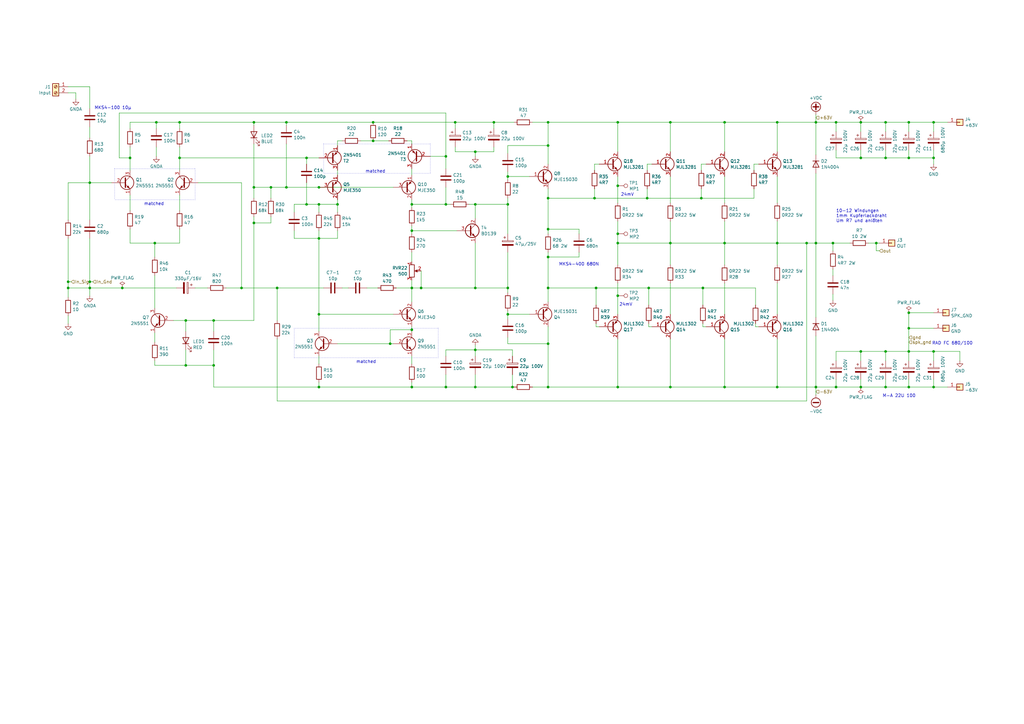
<source format=kicad_sch>
(kicad_sch (version 20230121) (generator eeschema)
  (paper "A3")
  (junction (at 265.43 81.28))
  (junction (at 172.72 118.11))
  (junction (at 210.185 158.75))
  (junction (at 224.79 105.41))
  (junction (at 208.28 83.82))
  (junction (at 224.79 81.28))
  (junction (at 224.79 59.69))
  (junction (at 224.79 140.97))
  (junction (at 194.945 83.82))
  (junction (at 202.565 50.165))
  (junction (at 125.73 64.77))
  (junction (at 243.84 81.28))
  (junction (at 353.06 64.77))
  (junction (at 168.91 135.255))
  (junction (at 36.83 74.93))
  (junction (at 318.77 158.75))
  (junction (at 168.91 94.615))
  (junction (at 253.365 50.165))
  (junction (at 73.66 50.165))
  (junction (at 363.22 158.75))
  (junction (at 104.14 76.835))
  (junction (at 224.79 118.11))
  (junction (at 186.69 50.165))
  (junction (at 266.065 118.11))
  (junction (at 224.79 50.165))
  (junction (at 363.22 50.165))
  (junction (at 372.745 64.77))
  (junction (at 353.06 50.165))
  (junction (at 224.79 158.75))
  (junction (at 194.945 62.23))
  (junction (at 274.955 50.165))
  (junction (at 125.73 83.82))
  (junction (at 182.88 83.82))
  (junction (at 382.905 64.77))
  (junction (at 334.645 50.165))
  (junction (at 382.905 144.145))
  (junction (at 104.14 50.165))
  (junction (at 99.06 118.11))
  (junction (at 382.905 50.165))
  (junction (at 342.9 158.75))
  (junction (at 117.475 50.165))
  (junction (at 274.955 158.75))
  (junction (at 334.645 158.75))
  (junction (at 36.83 118.11))
  (junction (at 208.28 72.39))
  (junction (at 208.28 128.905))
  (junction (at 353.06 144.145))
  (junction (at 160.02 140.97))
  (junction (at 330.835 99.695))
  (junction (at 130.81 76.835))
  (junction (at 117.475 76.835))
  (junction (at 372.745 158.75))
  (junction (at 27.94 115.57))
  (junction (at 363.22 144.145))
  (junction (at 297.18 99.695))
  (junction (at 297.18 50.165))
  (junction (at 224.79 93.98))
  (junction (at 372.745 50.165))
  (junction (at 63.5 99.695))
  (junction (at 153.035 50.165))
  (junction (at 53.34 64.77))
  (junction (at 318.77 99.695))
  (junction (at 104.14 91.44))
  (junction (at 253.365 99.695))
  (junction (at 130.81 97.79))
  (junction (at 113.665 118.11))
  (junction (at 353.06 158.75))
  (junction (at 372.745 144.145))
  (junction (at 87.63 149.86))
  (junction (at 111.125 76.835))
  (junction (at 182.88 158.75))
  (junction (at 287.655 81.28))
  (junction (at 363.22 64.77))
  (junction (at 253.365 121.285))
  (junction (at 168.91 158.75))
  (junction (at 318.77 50.165))
  (junction (at 76.2 149.86))
  (junction (at 73.66 64.77))
  (junction (at 64.135 50.165))
  (junction (at 274.955 99.695))
  (junction (at 288.29 118.11))
  (junction (at 138.43 83.82))
  (junction (at 372.745 134.62))
  (junction (at 208.28 118.11))
  (junction (at 334.645 99.695))
  (junction (at 253.365 158.75))
  (junction (at 27.94 118.11))
  (junction (at 76.2 131.445))
  (junction (at 168.91 83.82))
  (junction (at 130.81 128.905))
  (junction (at 194.945 118.11))
  (junction (at 130.81 83.82))
  (junction (at 153.035 57.785))
  (junction (at 194.945 143.51))
  (junction (at 168.91 118.11))
  (junction (at 36.83 115.57))
  (junction (at 372.745 128.27))
  (junction (at 130.81 158.75))
  (junction (at 244.475 118.11))
  (junction (at 253.365 95.885))
  (junction (at 182.88 64.135))
  (junction (at 50.165 118.11))
  (junction (at 342.9 50.165))
  (junction (at 253.365 76.2))
  (junction (at 194.945 158.75))
  (junction (at 297.18 158.75))
  (junction (at 359.41 99.695))
  (junction (at 341.63 99.695))
  (junction (at 87.63 131.445))
  (junction (at 382.905 158.75))
  (polyline (pts (xy 179.705 134.62) (xy 179.705 146.685)) (stroke (width 0) (type dot)))
  (wire (pts (xy 237.49 93.98) (xy 224.79 93.98)))
  (wire (pts (xy 210.185 158.75) (xy 210.82 158.75)))
  (wire (pts (xy 168.91 103.505) (xy 168.91 107.315)))
  (wire (pts (xy 92.71 118.11) (xy 99.06 118.11)))
  (polyline (pts (xy 132.715 59.055) (xy 132.715 71.12)) (stroke (width 0) (type dot)))
  (wire (pts (xy 218.44 50.165) (xy 224.79 50.165)))
  (wire (pts (xy 36.83 52.07) (xy 36.83 56.515)))
  (wire (pts (xy 168.91 135.255) (xy 160.02 135.255)))
  (wire (pts (xy 63.5 136.525) (xy 63.5 140.335)))
  (wire (pts (xy 363.22 144.145) (xy 372.745 144.145)))
  (wire (pts (xy 342.9 61.595) (xy 342.9 64.77)))
  (wire (pts (xy 168.91 94.615) (xy 168.91 95.885)))
  (wire (pts (xy 186.69 60.325) (xy 186.69 62.23)))
  (wire (pts (xy 76.2 135.89) (xy 76.2 131.445)))
  (wire (pts (xy 363.22 155.575) (xy 363.22 158.75)))
  (wire (pts (xy 318.77 50.165) (xy 334.645 50.165)))
  (wire (pts (xy 311.15 67.31) (xy 309.245 67.31)))
  (wire (pts (xy 208.28 72.39) (xy 208.28 73.66)))
  (wire (pts (xy 356.235 99.695) (xy 359.41 99.695)))
  (wire (pts (xy 342.9 144.145) (xy 353.06 144.145)))
  (wire (pts (xy 224.79 140.97) (xy 224.79 133.985)))
  (wire (pts (xy 353.06 50.165) (xy 363.22 50.165)))
  (wire (pts (xy 182.88 64.135) (xy 182.88 46.355)))
  (wire (pts (xy 224.79 81.28) (xy 224.79 93.98)))
  (wire (pts (xy 27.94 115.57) (xy 29.21 115.57)))
  (wire (pts (xy 297.18 116.205) (xy 297.18 128.905)))
  (wire (pts (xy 64.135 60.325) (xy 64.135 64.135)))
  (wire (pts (xy 27.94 118.11) (xy 27.94 121.92)))
  (polyline (pts (xy 176.53 59.055) (xy 176.53 71.12)) (stroke (width 0) (type dot)))
  (wire (pts (xy 168.91 83.82) (xy 168.91 85.09)))
  (wire (pts (xy 194.945 141.605) (xy 194.945 143.51)))
  (wire (pts (xy 208.28 140.97) (xy 224.79 140.97)))
  (wire (pts (xy 182.88 143.51) (xy 194.945 143.51)))
  (wire (pts (xy 64.135 50.165) (xy 73.66 50.165)))
  (wire (pts (xy 194.945 118.11) (xy 172.72 118.11)))
  (wire (pts (xy 372.745 50.165) (xy 382.905 50.165)))
  (wire (pts (xy 138.43 69.85) (xy 138.43 71.755)))
  (wire (pts (xy 194.945 62.23) (xy 194.945 64.135)))
  (wire (pts (xy 363.22 50.165) (xy 363.22 53.975)))
  (wire (pts (xy 104.14 91.44) (xy 104.14 88.9)))
  (wire (pts (xy 202.565 62.23) (xy 202.565 60.325)))
  (wire (pts (xy 334.645 137.795) (xy 334.645 158.75)))
  (wire (pts (xy 63.5 149.86) (xy 76.2 149.86)))
  (wire (pts (xy 130.81 83.82) (xy 138.43 83.82)))
  (wire (pts (xy 274.955 116.205) (xy 274.955 128.905)))
  (wire (pts (xy 87.63 158.75) (xy 87.63 149.86)))
  (wire (pts (xy 186.69 50.165) (xy 202.565 50.165)))
  (wire (pts (xy 130.81 128.905) (xy 130.81 135.89)))
  (wire (pts (xy 318.77 50.165) (xy 318.77 62.23)))
  (wire (pts (xy 168.91 135.255) (xy 168.91 135.89)))
  (wire (pts (xy 244.475 133.985) (xy 244.475 132.715)))
  (wire (pts (xy 168.91 57.785) (xy 167.005 57.785)))
  (wire (pts (xy 36.83 115.57) (xy 38.1 115.57)))
  (wire (pts (xy 186.69 50.165) (xy 186.69 52.705)))
  (wire (pts (xy 186.69 62.23) (xy 194.945 62.23)))
  (wire (pts (xy 224.79 93.98) (xy 224.79 95.885)))
  (wire (pts (xy 111.125 91.44) (xy 104.14 91.44)))
  (wire (pts (xy 168.91 69.215) (xy 168.91 71.755)))
  (wire (pts (xy 224.79 105.41) (xy 224.79 103.505)))
  (wire (pts (xy 217.17 128.905) (xy 208.28 128.905)))
  (wire (pts (xy 153.035 50.165) (xy 186.69 50.165)))
  (wire (pts (xy 53.34 52.705) (xy 53.34 50.165)))
  (wire (pts (xy 130.81 83.82) (xy 130.81 86.995)))
  (wire (pts (xy 36.83 64.135) (xy 36.83 74.93)))
  (wire (pts (xy 36.83 115.57) (xy 36.83 118.11)))
  (wire (pts (xy 130.81 156.845) (xy 130.81 158.75)))
  (wire (pts (xy 274.955 50.165) (xy 297.18 50.165)))
  (wire (pts (xy 382.905 158.75) (xy 388.62 158.75)))
  (wire (pts (xy 265.43 67.31) (xy 265.43 69.85)))
  (wire (pts (xy 274.955 99.695) (xy 274.955 108.585)))
  (wire (pts (xy 372.745 158.75) (xy 382.905 158.75)))
  (wire (pts (xy 27.94 74.93) (xy 36.83 74.93)))
  (wire (pts (xy 353.06 50.165) (xy 353.06 53.975)))
  (wire (pts (xy 353.06 158.75) (xy 363.22 158.75)))
  (wire (pts (xy 318.77 116.205) (xy 318.77 128.905)))
  (wire (pts (xy 130.81 97.79) (xy 138.43 97.79)))
  (wire (pts (xy 318.77 72.39) (xy 318.77 83.185)))
  (wire (pts (xy 111.125 76.835) (xy 111.125 81.28)))
  (wire (pts (xy 288.29 118.11) (xy 309.88 118.11)))
  (wire (pts (xy 53.34 80.01) (xy 53.34 86.36)))
  (wire (pts (xy 125.73 74.93) (xy 125.73 83.82)))
  (wire (pts (xy 360.68 102.87) (xy 359.41 102.87)))
  (wire (pts (xy 153.035 57.785) (xy 159.385 57.785)))
  (wire (pts (xy 53.34 50.165) (xy 64.135 50.165)))
  (wire (pts (xy 372.745 155.575) (xy 372.745 158.75)))
  (wire (pts (xy 334.645 50.165) (xy 342.9 50.165)))
  (wire (pts (xy 194.945 62.23) (xy 202.565 62.23)))
  (wire (pts (xy 53.34 64.77) (xy 48.895 64.77)))
  (wire (pts (xy 125.73 83.82) (xy 130.81 83.82)))
  (wire (pts (xy 208.28 72.39) (xy 208.28 70.485)))
  (wire (pts (xy 147.955 57.785) (xy 153.035 57.785)))
  (wire (pts (xy 168.91 118.11) (xy 168.91 123.825)))
  (wire (pts (xy 342.9 50.165) (xy 353.06 50.165)))
  (wire (pts (xy 36.83 74.93) (xy 36.83 90.17)))
  (wire (pts (xy 168.91 114.935) (xy 168.91 118.11)))
  (wire (pts (xy 104.14 81.28) (xy 104.14 76.835)))
  (wire (pts (xy 130.81 146.05) (xy 130.81 149.225)))
  (wire (pts (xy 224.79 118.11) (xy 224.79 123.825)))
  (wire (pts (xy 253.365 90.805) (xy 253.365 95.885)))
  (wire (pts (xy 253.365 99.695) (xy 274.955 99.695)))
  (wire (pts (xy 353.06 61.595) (xy 353.06 64.77)))
  (wire (pts (xy 104.14 59.055) (xy 104.14 76.835)))
  (wire (pts (xy 63.5 99.695) (xy 63.5 105.41)))
  (wire (pts (xy 210.185 153.67) (xy 210.185 158.75)))
  (polyline (pts (xy 179.705 146.685) (xy 120.65 146.685)) (stroke (width 0) (type dot)))
  (wire (pts (xy 267.335 67.31) (xy 265.43 67.31)))
  (wire (pts (xy 172.72 111.125) (xy 172.72 118.11)))
  (wire (pts (xy 168.91 59.055) (xy 168.91 57.785)))
  (wire (pts (xy 168.91 158.75) (xy 182.88 158.75)))
  (wire (pts (xy 27.94 97.79) (xy 27.94 115.57)))
  (wire (pts (xy 168.91 133.985) (xy 168.91 135.255)))
  (wire (pts (xy 342.9 50.165) (xy 342.9 53.975)))
  (wire (pts (xy 36.83 97.79) (xy 36.83 115.57)))
  (wire (pts (xy 274.955 158.75) (xy 297.18 158.75)))
  (wire (pts (xy 104.14 76.835) (xy 111.125 76.835)))
  (wire (pts (xy 334.645 99.695) (xy 341.63 99.695)))
  (wire (pts (xy 160.02 135.255) (xy 160.02 140.97)))
  (wire (pts (xy 36.83 35.56) (xy 36.83 44.45)))
  (wire (pts (xy 341.63 99.695) (xy 348.615 99.695)))
  (wire (pts (xy 334.645 46.99) (xy 334.645 50.165)))
  (wire (pts (xy 113.665 139.065) (xy 113.665 164.465)))
  (wire (pts (xy 76.2 149.86) (xy 76.2 143.51)))
  (polyline (pts (xy 46.99 69.215) (xy 46.99 81.915)) (stroke (width 0) (type dot)))
  (wire (pts (xy 330.835 99.695) (xy 330.835 164.465)))
  (wire (pts (xy 253.365 99.695) (xy 253.365 108.585)))
  (polyline (pts (xy 120.65 146.685) (xy 120.65 134.62)) (stroke (width 0) (type dot)))
  (wire (pts (xy 342.9 155.575) (xy 342.9 158.75)))
  (wire (pts (xy 382.905 144.145) (xy 382.905 147.955)))
  (wire (pts (xy 104.14 50.165) (xy 73.66 50.165)))
  (wire (pts (xy 372.745 144.145) (xy 382.905 144.145)))
  (wire (pts (xy 353.06 144.145) (xy 363.22 144.145)))
  (wire (pts (xy 359.41 102.87) (xy 359.41 99.695)))
  (wire (pts (xy 168.91 81.915) (xy 168.91 83.82)))
  (wire (pts (xy 341.63 113.03) (xy 341.63 110.49)))
  (wire (pts (xy 309.88 125.095) (xy 309.88 118.11)))
  (wire (pts (xy 130.81 158.75) (xy 87.63 158.75)))
  (wire (pts (xy 363.22 64.77) (xy 372.745 64.77)))
  (wire (pts (xy 50.165 118.11) (xy 72.39 118.11)))
  (wire (pts (xy 372.745 64.77) (xy 382.905 64.77)))
  (wire (pts (xy 31.115 38.1) (xy 27.94 38.1)))
  (wire (pts (xy 253.365 121.285) (xy 253.365 128.905)))
  (wire (pts (xy 120.65 86.995) (xy 120.65 83.82)))
  (wire (pts (xy 73.66 80.01) (xy 73.66 86.36)))
  (wire (pts (xy 372.745 53.975) (xy 372.745 50.165)))
  (wire (pts (xy 311.15 133.985) (xy 309.88 133.985)))
  (polyline (pts (xy 132.715 59.055) (xy 176.53 59.055)) (stroke (width 0) (type dot)))
  (wire (pts (xy 382.905 64.77) (xy 382.905 67.31)))
  (wire (pts (xy 382.905 155.575) (xy 382.905 158.75)))
  (wire (pts (xy 99.06 118.11) (xy 113.665 118.11)))
  (wire (pts (xy 372.745 128.27) (xy 372.745 134.62)))
  (wire (pts (xy 208.28 81.28) (xy 208.28 83.82)))
  (wire (pts (xy 341.63 102.87) (xy 341.63 99.695)))
  (wire (pts (xy 117.475 51.435) (xy 117.475 50.165)))
  (wire (pts (xy 104.14 51.435) (xy 104.14 50.165)))
  (wire (pts (xy 382.905 50.165) (xy 388.62 50.165)))
  (wire (pts (xy 113.665 118.11) (xy 113.665 131.445)))
  (wire (pts (xy 73.66 50.165) (xy 73.66 52.705)))
  (wire (pts (xy 237.49 103.505) (xy 237.49 105.41)))
  (wire (pts (xy 253.365 158.75) (xy 274.955 158.75)))
  (wire (pts (xy 297.18 72.39) (xy 297.18 83.185)))
  (wire (pts (xy 244.475 125.095) (xy 244.475 118.11)))
  (wire (pts (xy 382.905 64.77) (xy 382.905 61.595)))
  (wire (pts (xy 372.745 61.595) (xy 372.745 64.77)))
  (wire (pts (xy 194.945 143.51) (xy 210.185 143.51)))
  (wire (pts (xy 27.94 118.11) (xy 36.83 118.11)))
  (wire (pts (xy 168.91 158.75) (xy 130.81 158.75)))
  (wire (pts (xy 194.945 146.05) (xy 194.945 143.51)))
  (wire (pts (xy 73.66 64.77) (xy 73.66 69.85)))
  (wire (pts (xy 288.29 133.985) (xy 288.29 132.715)))
  (wire (pts (xy 27.94 129.54) (xy 27.94 132.715)))
  (polyline (pts (xy 120.65 134.62) (xy 126.365 134.62)) (stroke (width 0) (type dot)))
  (wire (pts (xy 208.28 128.905) (xy 208.28 127.635)))
  (wire (pts (xy 334.645 158.75) (xy 334.645 161.925)))
  (wire (pts (xy 117.475 50.165) (xy 104.14 50.165)))
  (wire (pts (xy 334.645 99.695) (xy 334.645 130.175)))
  (wire (pts (xy 53.34 64.77) (xy 53.34 69.85)))
  (wire (pts (xy 140.335 57.785) (xy 138.43 57.785)))
  (wire (pts (xy 253.365 116.205) (xy 253.365 121.285)))
  (wire (pts (xy 245.745 67.31) (xy 243.84 67.31)))
  (wire (pts (xy 160.02 140.97) (xy 161.29 140.97)))
  (wire (pts (xy 265.43 77.47) (xy 265.43 81.28)))
  (wire (pts (xy 194.945 89.535) (xy 194.945 83.82)))
  (wire (pts (xy 363.22 158.75) (xy 372.745 158.75)))
  (wire (pts (xy 297.18 50.165) (xy 297.18 62.23)))
  (wire (pts (xy 342.9 158.75) (xy 353.06 158.75)))
  (wire (pts (xy 194.945 83.82) (xy 208.28 83.82)))
  (wire (pts (xy 318.77 99.695) (xy 330.835 99.695)))
  (wire (pts (xy 253.365 72.39) (xy 253.365 76.2)))
  (wire (pts (xy 318.77 158.75) (xy 334.645 158.75)))
  (wire (pts (xy 194.945 158.75) (xy 210.185 158.75)))
  (wire (pts (xy 245.745 133.985) (xy 244.475 133.985)))
  (wire (pts (xy 63.5 113.03) (xy 63.5 126.365)))
  (wire (pts (xy 53.34 60.325) (xy 53.34 64.77)))
  (wire (pts (xy 140.335 118.11) (xy 142.875 118.11)))
  (wire (pts (xy 244.475 118.11) (xy 224.79 118.11)))
  (wire (pts (xy 372.745 144.145) (xy 372.745 147.955)))
  (wire (pts (xy 266.065 125.095) (xy 266.065 118.11)))
  (wire (pts (xy 253.365 139.065) (xy 253.365 158.75)))
  (wire (pts (xy 168.91 156.845) (xy 168.91 158.75)))
  (wire (pts (xy 287.655 81.28) (xy 309.245 81.28)))
  (wire (pts (xy 208.28 62.865) (xy 208.28 59.69)))
  (wire (pts (xy 274.955 99.695) (xy 297.18 99.695)))
  (wire (pts (xy 334.645 50.165) (xy 334.645 63.5)))
  (wire (pts (xy 218.44 158.75) (xy 224.79 158.75)))
  (polyline (pts (xy 80.01 81.915) (xy 46.99 81.915)) (stroke (width 0) (type dot)))
  (wire (pts (xy 297.18 90.805) (xy 297.18 99.695)))
  (wire (pts (xy 194.945 153.67) (xy 194.945 158.75)))
  (wire (pts (xy 73.66 99.695) (xy 63.5 99.695)))
  (wire (pts (xy 353.06 64.77) (xy 363.22 64.77)))
  (wire (pts (xy 297.18 158.75) (xy 318.77 158.75)))
  (wire (pts (xy 130.81 76.835) (xy 161.29 76.835)))
  (wire (pts (xy 138.43 57.785) (xy 138.43 59.69)))
  (wire (pts (xy 36.83 74.93) (xy 45.72 74.93)))
  (wire (pts (xy 172.72 118.11) (xy 168.91 118.11)))
  (wire (pts (xy 224.79 158.75) (xy 253.365 158.75)))
  (wire (pts (xy 208.28 118.11) (xy 194.945 118.11)))
  (wire (pts (xy 224.79 59.69) (xy 224.79 67.31)))
  (wire (pts (xy 208.28 95.885) (xy 208.28 83.82)))
  (wire (pts (xy 36.83 118.11) (xy 50.165 118.11)))
  (wire (pts (xy 27.94 115.57) (xy 27.94 118.11)))
  (polyline (pts (xy 176.53 71.12) (xy 132.715 71.12)) (stroke (width 0) (type dot)))
  (polyline (pts (xy 80.01 69.215) (xy 80.01 81.915)) (stroke (width 0) (type dot)))
  (wire (pts (xy 182.88 158.75) (xy 194.945 158.75)))
  (wire (pts (xy 243.84 67.31) (xy 243.84 69.85)))
  (wire (pts (xy 117.475 76.835) (xy 130.81 76.835)))
  (wire (pts (xy 253.365 50.165) (xy 274.955 50.165)))
  (wire (pts (xy 274.955 50.165) (xy 274.955 62.23)))
  (wire (pts (xy 138.43 83.82) (xy 138.43 81.915)))
  (wire (pts (xy 266.065 118.11) (xy 288.29 118.11)))
  (wire (pts (xy 138.43 97.79) (xy 138.43 94.615)))
  (wire (pts (xy 48.895 64.77) (xy 48.895 46.355)))
  (wire (pts (xy 297.18 139.065) (xy 297.18 158.75)))
  (wire (pts (xy 120.65 97.79) (xy 130.81 97.79)))
  (wire (pts (xy 182.88 83.82) (xy 168.91 83.82)))
  (wire (pts (xy 334.645 158.75) (xy 342.9 158.75)))
  (wire (pts (xy 192.405 83.82) (xy 194.945 83.82)))
  (wire (pts (xy 224.79 105.41) (xy 224.79 118.11)))
  (wire (pts (xy 297.18 50.165) (xy 318.77 50.165)))
  (wire (pts (xy 202.565 50.165) (xy 202.565 52.705)))
  (wire (pts (xy 64.135 50.165) (xy 64.135 52.705)))
  (wire (pts (xy 382.905 128.27) (xy 372.745 128.27)))
  (wire (pts (xy 318.77 139.065) (xy 318.77 158.75)))
  (wire (pts (xy 63.5 147.955) (xy 63.5 149.86)))
  (wire (pts (xy 309.245 67.31) (xy 309.245 69.85)))
  (wire (pts (xy 194.945 99.695) (xy 194.945 118.11)))
  (wire (pts (xy 243.84 81.28) (xy 224.79 81.28)))
  (wire (pts (xy 208.28 118.11) (xy 208.28 120.015)))
  (wire (pts (xy 76.2 131.445) (xy 71.12 131.445)))
  (wire (pts (xy 217.17 72.39) (xy 208.28 72.39)))
  (wire (pts (xy 182.88 143.51) (xy 182.88 146.05)))
  (wire (pts (xy 182.88 64.135) (xy 176.53 64.135)))
  (wire (pts (xy 162.56 118.11) (xy 168.91 118.11)))
  (wire (pts (xy 363.22 61.595) (xy 363.22 64.77)))
  (wire (pts (xy 274.955 90.805) (xy 274.955 99.695)))
  (wire (pts (xy 334.645 71.12) (xy 334.645 99.695)))
  (wire (pts (xy 150.495 118.11) (xy 154.94 118.11)))
  (wire (pts (xy 224.79 140.97) (xy 224.79 158.75)))
  (wire (pts (xy 104.14 131.445) (xy 104.14 91.44)))
  (wire (pts (xy 210.185 146.05) (xy 210.185 143.51)))
  (wire (pts (xy 330.835 99.695) (xy 334.645 99.695)))
  (wire (pts (xy 318.77 99.695) (xy 318.77 108.585)))
  (wire (pts (xy 243.84 77.47) (xy 243.84 81.28)))
  (wire (pts (xy 353.06 155.575) (xy 353.06 158.75)))
  (wire (pts (xy 265.43 81.28) (xy 287.655 81.28)))
  (wire (pts (xy 288.29 125.095) (xy 288.29 118.11)))
  (wire (pts (xy 382.905 134.62) (xy 372.745 134.62)))
  (wire (pts (xy 113.665 118.11) (xy 132.715 118.11)))
  (wire (pts (xy 73.66 60.325) (xy 73.66 64.77)))
  (wire (pts (xy 244.475 118.11) (xy 266.065 118.11)))
  (wire (pts (xy 168.91 94.615) (xy 187.325 94.615)))
  (wire (pts (xy 48.895 46.355) (xy 182.88 46.355)))
  (wire (pts (xy 63.5 99.695) (xy 53.34 99.695)))
  (wire (pts (xy 117.475 50.165) (xy 153.035 50.165)))
  (wire (pts (xy 130.81 94.615) (xy 130.81 97.79)))
  (wire (pts (xy 202.565 50.165) (xy 210.82 50.165)))
  (wire (pts (xy 289.56 133.985) (xy 288.29 133.985)))
  (wire (pts (xy 253.365 76.2) (xy 253.365 83.185)))
  (wire (pts (xy 224.79 50.165) (xy 253.365 50.165)))
  (wire (pts (xy 87.63 143.51) (xy 87.63 149.86)))
  (wire (pts (xy 393.7 144.145) (xy 393.7 147.955)))
  (wire (pts (xy 184.785 83.82) (xy 182.88 83.82)))
  (wire (pts (xy 208.28 59.69) (xy 224.79 59.69)))
  (wire (pts (xy 208.28 103.505) (xy 208.28 118.11)))
  (wire (pts (xy 287.655 67.31) (xy 287.655 69.85)))
  (wire (pts (xy 36.83 118.11) (xy 36.83 121.285)))
  (wire (pts (xy 372.745 134.62) (xy 372.745 144.145)))
  (wire (pts (xy 237.49 105.41) (xy 224.79 105.41)))
  (wire (pts (xy 182.88 153.67) (xy 182.88 158.75)))
  (wire (pts (xy 208.28 138.43) (xy 208.28 140.97)))
  (wire (pts (xy 359.41 99.695) (xy 360.68 99.695)))
  (wire (pts (xy 341.63 123.19) (xy 341.63 120.65)))
  (wire (pts (xy 289.56 67.31) (xy 287.655 67.31)))
  (wire (pts (xy 243.84 81.28) (xy 265.43 81.28)))
  (wire (pts (xy 125.73 64.77) (xy 125.73 67.31)))
  (wire (pts (xy 237.49 95.885) (xy 237.49 93.98)))
  (wire (pts (xy 382.905 144.145) (xy 393.7 144.145)))
  (wire (pts (xy 87.63 135.89) (xy 87.63 131.445)))
  (wire (pts (xy 363.22 50.165) (xy 372.745 50.165)))
  (wire (pts (xy 297.18 99.695) (xy 297.18 108.585)))
  (wire (pts (xy 342.9 147.955) (xy 342.9 144.145)))
  (wire (pts (xy 253.365 95.885) (xy 253.365 99.695)))
  (wire (pts (xy 125.73 64.77) (xy 130.81 64.77)))
  (wire (pts (xy 208.28 128.905) (xy 208.28 130.81)))
  (wire (pts (xy 27.94 90.17) (xy 27.94 74.93)))
  (wire (pts (xy 353.06 147.955) (xy 353.06 144.145)))
  (wire (pts (xy 111.125 88.9) (xy 111.125 91.44)))
  (wire (pts (xy 76.2 149.86) (xy 87.63 149.86)))
  (wire (pts (xy 168.91 92.71) (xy 168.91 94.615)))
  (wire (pts (xy 113.665 164.465) (xy 330.835 164.465)))
  (wire (pts (xy 287.655 77.47) (xy 287.655 81.28)))
  (wire (pts (xy 53.34 99.695) (xy 53.34 93.98)))
  (wire (pts (xy 80.01 118.11) (xy 85.09 118.11)))
  (wire (pts (xy 182.88 64.135) (xy 182.88 69.215)))
  (wire (pts (xy 138.43 140.97) (xy 160.02 140.97)))
  (wire (pts (xy 120.65 94.615) (xy 120.65 97.79)))
  (wire (pts (xy 182.88 76.835) (xy 182.88 83.82)))
  (wire (pts (xy 342.9 64.77) (xy 353.06 64.77)))
  (wire (pts (xy 73.66 93.98) (xy 73.66 99.695)))
  (wire (pts (xy 318.77 90.805) (xy 318.77 99.695)))
  (wire (pts (xy 87.63 131.445) (xy 104.14 131.445)))
  (wire (pts (xy 309.88 133.985) (xy 309.88 132.715)))
  (wire (pts (xy 31.115 38.1) (xy 31.115 40.64)))
  (wire (pts (xy 99.06 74.93) (xy 81.28 74.93)))
  (wire (pts (xy 267.335 133.985) (xy 266.065 133.985)))
  (wire (pts (xy 224.79 77.47) (xy 224.79 81.28)))
  (wire (pts (xy 161.29 128.905) (xy 130.81 128.905)))
  (polyline (pts (xy 46.99 69.215) (xy 80.01 69.215)) (stroke (width 0) (type dot)))
  (polyline (pts (xy 126.365 134.62) (xy 179.705 134.62)) (stroke (width 0) (type dot)))
  (wire (pts (xy 168.91 146.05) (xy 168.91 149.225)))
  (wire (pts (xy 382.905 53.975) (xy 382.905 50.165)))
  (wire (pts (xy 36.83 35.56) (xy 27.94 35.56)))
  (wire (pts (xy 87.63 131.445) (xy 76.2 131.445)))
  (wire (pts (xy 117.475 76.835) (xy 111.125 76.835)))
  (wire (pts (xy 99.06 118.11) (xy 99.06 74.93)))
  (wire (pts (xy 120.65 83.82) (xy 125.73 83.82)))
  (wire (pts (xy 117.475 59.055) (xy 117.475 76.835)))
  (wire (pts (xy 266.065 133.985) (xy 266.065 132.715)))
  (wire (pts (xy 138.43 83.82) (xy 138.43 86.995)))
  (wire (pts (xy 73.66 64.77) (xy 125.73 64.77)))
  (wire (pts (xy 363.22 144.145) (xy 363.22 147.955)))
  (wire (pts (xy 130.81 97.79) (xy 130.81 128.905)))
  (wire (pts (xy 274.955 139.065) (xy 274.955 158.75)))
  (wire (pts (xy 297.18 99.695) (xy 318.77 99.695)))
  (wire (pts (xy 274.955 72.39) (xy 274.955 83.185)))
  (wire (pts (xy 253.365 50.165) (xy 253.365 62.23)))
  (wire (pts (xy 224.79 50.165) (xy 224.79 59.69)))
  (wire (pts (xy 309.245 77.47) (xy 309.245 81.28)))
  (text "24mV" (at 254.635 80.645 0) (effects (font (size 1.27 1.27)) (justify left bottom)))
  (text "matched" (at 149.86 71.12 0) (effects (font (size 1.27 1.27)) (justify left bottom)))
  (text "MKS4-400 680N" (at 229.235 109.22 0) (effects (font (size 1.27 1.27)) (justify left bottom)))
  (text "MKS4-100 10µ" (at 38.735 45.085 0) (effects (font (size 1.27 1.27)) (justify left bottom)))
  (text "matched" (at 59.055 84.455 0) (effects (font (size 1.27 1.27)) (justify left bottom)))
  (text "24mV" (at 254 125.73 0) (effects (font (size 1.27 1.27)) (justify left bottom)))
  (text "M-A 22U 100\n" (at 361.95 163.195 0) (effects (font (size 1.27 1.27)) (justify left bottom)))
  (text "matched" (at 146.05 149.225 0) (effects (font (size 1.27 1.27)) (justify left bottom)))
  (text "RAD FC 680/100" (at 382.27 141.605 0) (effects (font (size 1.27 1.27)) (justify left bottom)))
  (text "10-12 Windungen\n1mm Kupferlackdraht\nUm R7 und anlöten" (at 342.9 91.44 0) (effects (font (size 1.27 1.27)) (justify left bottom)))
  (hierarchical_label "-63V" (shape input) (at 334.645 160.655 0))
  (hierarchical_label "spk_gnd" (shape input) (at 372.745 140.335 0))
  (hierarchical_label "out" (shape input) (at 360.68 102.87 0))
  (hierarchical_label "In_Gnd" (shape input) (at 38.1 115.57 0))
  (hierarchical_label "gnd" (shape input) (at 372.745 138.43 0))
  (hierarchical_label "+63V" (shape input) (at 334.645 48.26 0))
  (hierarchical_label "In_Sig" (shape input) (at 29.21 115.57 0))
  (symbol (lib_id "Device:R") (at 224.79 99.695 0) (unit 1)
    (property "Reference" "R26" (at 226.568 98.4829 0) (effects (justify left)))
    (property "Value" "68 2W" (at 226.568 100.9071 0) (effects (justify left)))
    (property "Footprint" "Resistor_THT:R_Axial_DIN0614_L14.3mm_D5.7mm_P20.32mm_Horizontal" (effects hide))
  )
  (symbol (lib_id "Device:C_Polarized") (at 353.06 151.765 0) (unit 1)
    (property "Reference" "C28" (at 348.615 154.94 0) (effects (justify left)))
    (property "Value" "22µ 100V" (at 356.87 156.845 90) (effects (justify left)))
    (property "Footprint" "Capacitor_THT:CP_Radial_D6.3mm_P2.50mm" (effects hide))
  )
  (symbol (lib_id "Device:R") (at 53.34 90.17 0) (unit 1)
    (property "Reference" "R19" (at 55.118 88.9579 0) (effects (justify left)))
    (property "Value" "47" (at 55.118 91.3821 0) (effects (justify left)))
    (property "Footprint" "Resistor_THT:R_Axial_DIN0207_L6.3mm_D2.5mm_P10.16mm_Horizontal" (effects hide))
  )
  (symbol (lib_id "Connector:TestPoint") (at 253.365 76.2 270) (unit 1)
    (property "Reference" "TP1" (at 258.064 74.9879 90) (effects (justify left)))
    (property "Value" "MP1" (at 258.064 77.4121 90) (effects (justify left)))
    (property "Footprint" "TestPoint:TestPoint_Loop_D2.50mm_Drill1.0mm" (effects hide))
  )
  (symbol (lib_id "Device:R") (at 244.475 128.905 0) (mirror x) (unit 1)
    (property "Reference" "R39" (at 246.253 130.1171 0) (effects (justify left)))
    (property "Value" "4R7" (at 246.253 127.6929 0) (effects (justify left)))
    (property "Footprint" "Resistor_THT:R_Axial_DIN0204_L3.6mm_D1.6mm_P1.90mm_Vertical" (effects hide))
  )
  (symbol (lib_id "Device:C_Polarized") (at 208.28 99.695 0) (unit 1)
    (property "Reference" "C5" (at 211.201 97.5939 0) (effects (justify left)))
    (property "Value" "47µ/25V" (at 211.201 100.0181 0) (effects (justify left)))
    (property "Footprint" "Capacitor_THT:CP_Radial_D4.0mm_P2.00mm" (effects hide))
  )
  (symbol (lib_id "power:GND") (at 341.63 123.19 0) (unit 1)
    (property "Reference" "#PWR08" (effects hide))
    (property "Value" "GND" (at 341.63 127.3231 0))
  )
  (symbol (lib_id "Device:R") (at 297.18 86.995 0) (unit 1)
    (property "Reference" "R21" (at 298.958 85.7829 0) (effects (justify left)))
    (property "Value" "0R22 5W" (at 298.958 88.2071 0) (effects (justify left)))
    (property "Footprint" "Resistor_THT:R_Axial_Power_L20.0mm_W6.4mm_P5.08mm_Vertical" (effects hide))
  )
  (symbol (lib_id "Device:C") (at 182.88 149.86 0) (unit 1)
    (property "Reference" "C10" (at 185.801 148.6479 0) (effects (justify left)))
    (property "Value" "100n" (at 185.801 151.0721 0) (effects (justify left)))
    (property "Footprint" "Capacitor_THT:C_Rect_L9.0mm_W3.2mm_P7.50mm_MKT" (effects hide))
  )
  (symbol (lib_id "Device:R") (at 27.94 125.73 0) (unit 1)
    (property "Reference" "R2" (at 29.718 124.5179 0) (effects (justify left)))
    (property "Value" "10" (at 29.718 126.9421 0) (effects (justify left)))
    (property "Footprint" "Resistor_THT:R_Axial_DIN0207_L6.3mm_D2.5mm_P10.16mm_Horizontal" (effects hide))
  )
  (symbol (lib_id "Device:C_Polarized") (at 372.745 57.785 0) (unit 1)
    (property "Reference" "C23" (at 368.3 60.96 0) (effects (justify left)))
    (property "Value" "22µ 100V" (at 376.555 62.865 90) (effects (justify left)))
    (property "Footprint" "Capacitor_THT:CP_Radial_D6.3mm_P2.50mm" (effects hide))
  )
  (symbol (lib_id "Device:R") (at 158.75 118.11 90) (unit 1)
    (property "Reference" "R43" (at 158.75 112.9497 90))
    (property "Value" "470" (at 158.75 115.3739 90))
    (property "Footprint" "Resistor_THT:R_Axial_DIN0207_L6.3mm_D2.5mm_P10.16mm_Horizontal" (effects hide))
  )
  (symbol (lib_id "Transistor_BJT:2N3904") (at 66.04 131.445 0) (mirror y) (unit 1)
    (property "Reference" "Q7" (at 61.1886 130.2329 0) (effects (justify left)))
    (property "Value" "2N5551" (at 61.1886 132.6571 0) (effects (justify left)))
    (property "Footprint" "Package_TO_SOT_THT:TO-92_Inline" (effects hide))
    (property "Datasheet" "https://www.onsemi.com/pub/Collateral/2N3903-D.PDF" (effects hide))
  )
  (symbol (lib_id "Device:R") (at 214.63 50.165 90) (unit 1)
    (property "Reference" "R31" (at 214.63 45.0047 90))
    (property "Value" "47" (at 214.63 47.4289 90))
    (property "Footprint" "Resistor_THT:R_Axial_DIN0207_L6.3mm_D2.5mm_P10.16mm_Horizontal" (effects hide))
  )
  (symbol (lib_id "power:PWR_FLAG") (at 372.745 128.27 0) (unit 1)
    (property "Reference" "#FLG01" (effects hide))
    (property "Value" "PWR_FLAG" (at 372.745 124.1369 0))
  )
  (symbol (lib_id "Device:C") (at 341.63 116.84 0) (unit 1)
    (property "Reference" "C18" (at 344.551 115.6279 0) (effects (justify left)))
    (property "Value" "47n" (at 344.551 118.0521 0) (effects (justify left)))
    (property "Footprint" "Capacitor_THT:C_Rect_L9.0mm_W3.2mm_P7.50mm_MKT" (effects hide))
  )
  (symbol (lib_id "power:GND") (at 382.905 67.31 0) (unit 1)
    (property "Reference" "#PWR010" (effects hide))
    (property "Value" "GND" (at 382.905 71.4431 0))
  )
  (symbol (lib_id "Transistor_BJT:2N3904") (at 76.2 74.93 0) (mirror y) (unit 1)
    (property "Reference" "Q2" (at 71.3486 73.7179 0) (effects (justify left)))
    (property "Value" "2N5551" (at 71.3486 76.1421 0) (effects (justify left)))
    (property "Footprint" "Package_TO_SOT_THT:TO-92_Inline" (effects hide))
    (property "Datasheet" "https://www.onsemi.com/pub/Collateral/2N3903-D.PDF" (effects hide))
  )
  (symbol (lib_id "Transistor_BJT:2SB817") (at 316.23 133.985 0) (mirror x) (unit 1)
    (property "Reference" "Q16" (at 321.0814 135.1971 0) (effects (justify left)))
    (property "Value" "MJL1302" (at 321.0814 132.7729 0) (effects (justify left)))
    (property "Footprint" "Package_TO_SOT_THT:TO-3PB-3_Vertical" (effects hide))
    (property "Datasheet" "http://skory.gylcomp.hu/alkatresz/2SB817.pdf" (effects hide))
  )
  (symbol (lib_id "Device:C") (at 136.525 118.11 90) (unit 1)
    (property "Reference" "C7-1" (at 136.525 111.8067 90))
    (property "Value" "10p" (at 136.525 114.2309 90))
    (property "Footprint" "Capacitor_THT:C_Rect_L9.0mm_W3.2mm_P7.50mm_MKT" (effects hide))
  )
  (symbol (lib_id "power:PWR_FLAG") (at 353.06 50.165 0) (unit 1)
    (property "Reference" "#FLG02" (effects hide))
    (property "Value" "PWR_FLAG" (at 353.06 46.0319 0))
  )
  (symbol (lib_id "Device:C_Polarized") (at 363.22 151.765 0) (unit 1)
    (property "Reference" "C29" (at 358.775 154.94 0) (effects (justify left)))
    (property "Value" "22µ 100V" (at 367.03 156.845 90) (effects (justify left)))
    (property "Footprint" "Capacitor_THT:CP_Radial_D6.3mm_P2.50mm" (effects hide))
  )
  (symbol (lib_id "Device:R") (at 153.035 53.975 0) (unit 1)
    (property "Reference" "R10" (at 154.813 52.7629 0) (effects (justify left)))
    (property "Value" "120" (at 154.813 55.1871 0) (effects (justify left)))
    (property "Footprint" "Resistor_THT:R_Axial_DIN0207_L6.3mm_D2.5mm_P10.16mm_Horizontal" (effects hide))
  )
  (symbol (lib_id "power:PWR_FLAG") (at 50.165 118.11 0) (unit 1)
    (property "Reference" "#FLG04" (effects hide))
    (property "Value" "PWR_FLAG" (at 50.165 113.9769 0))
  )
  (symbol (lib_id "Device:R") (at 253.365 86.995 0) (unit 1)
    (property "Reference" "R1" (at 255.143 85.7829 0) (effects (justify left)))
    (property "Value" "0R22 5W" (at 255.143 88.2071 0) (effects (justify left)))
    (property "Footprint" "Resistor_THT:R_Axial_Power_L20.0mm_W6.4mm_P5.08mm_Vertical" (effects hide))
  )
  (symbol (lib_id "Device:C_Polarized") (at 382.905 151.765 0) (unit 1)
    (property "Reference" "C31" (at 378.46 154.94 0) (effects (justify left)))
    (property "Value" "680µ 100V" (at 386.715 156.845 90) (effects (justify left)))
    (property "Footprint" "Capacitor_THT:CP_Radial_D18.0mm_P7.50mm" (effects hide))
  )
  (symbol (lib_id "Device:C_Polarized") (at 353.06 57.785 0) (unit 1)
    (property "Reference" "C26" (at 348.615 60.96 0) (effects (justify left)))
    (property "Value" "22µ 100V" (at 356.87 62.865 90) (effects (justify left)))
    (property "Footprint" "Capacitor_THT:CP_Radial_D6.3mm_P2.50mm" (effects hide))
  )
  (symbol (lib_id "power:-VDC") (at 334.645 161.925 180) (unit 1)
    (property "Reference" "#PWR07" (effects hide))
    (property "Value" "-VDC" (at 334.645 168.7251 0))
  )
  (symbol (lib_id "Device:R") (at 274.955 86.995 0) (unit 1)
    (property "Reference" "R3" (at 276.733 85.7829 0) (effects (justify left)))
    (property "Value" "0R22 5W" (at 276.733 88.2071 0) (effects (justify left)))
    (property "Footprint" "Resistor_THT:R_Axial_Power_L20.0mm_W6.4mm_P5.08mm_Vertical" (effects hide))
  )
  (symbol (lib_id "power:GND") (at 393.7 147.955 0) (unit 1)
    (property "Reference" "#PWR09" (effects hide))
    (property "Value" "GND" (at 393.7 152.0881 0))
  )
  (symbol (lib_id "Device:C") (at 117.475 55.245 0) (unit 1)
    (property "Reference" "C4" (at 120.396 54.0329 0) (effects (justify left)))
    (property "Value" "100n" (at 120.396 56.4571 0) (effects (justify left)))
    (property "Footprint" "Capacitor_THT:C_Rect_L9.0mm_W3.2mm_P7.50mm_MKT" (effects hide))
  )
  (symbol (lib_id "Device:R") (at 188.595 83.82 90) (unit 1)
    (property "Reference" "R48" (at 188.595 78.6597 90))
    (property "Value" "15" (at 188.595 81.0839 90))
    (property "Footprint" "Resistor_THT:R_Axial_DIN0207_L6.3mm_D2.5mm_P10.16mm_Horizontal" (effects hide))
  )
  (symbol (lib_id "Device:R") (at 287.655 73.66 0) (unit 1)
    (property "Reference" "R37" (at 289.433 72.4479 0) (effects (justify left)))
    (property "Value" "4R7" (at 289.433 74.8721 0) (effects (justify left)))
    (property "Footprint" "Resistor_THT:R_Axial_DIN0204_L3.6mm_D1.6mm_P1.90mm_Vertical" (effects hide))
  )
  (symbol (lib_id "Device:R") (at 341.63 106.68 0) (unit 1)
    (property "Reference" "R4" (at 343.408 105.4679 0) (effects (justify left)))
    (property "Value" "4R7 2W" (at 343.408 107.8921 0) (effects (justify left)))
    (property "Footprint" "Resistor_THT:R_Axial_DIN0614_L14.3mm_D5.7mm_P20.32mm_Horizontal" (effects hide))
  )
  (symbol (lib_id "Device:R") (at 63.5 144.145 0) (unit 1)
    (property "Reference" "R11" (at 65.278 142.9329 0) (effects (justify left)))
    (property "Value" "390" (at 65.278 145.3571 0) (effects (justify left)))
    (property "Footprint" "Resistor_THT:R_Axial_DIN0207_L6.3mm_D2.5mm_P10.16mm_Horizontal" (effects hide))
  )
  (symbol (lib_id "Device:R") (at 73.66 90.17 0) (unit 1)
    (property "Reference" "R16" (at 75.438 88.9579 0) (effects (justify left)))
    (property "Value" "47" (at 75.438 91.3821 0) (effects (justify left)))
    (property "Footprint" "Resistor_THT:R_Axial_DIN0207_L6.3mm_D2.5mm_P10.16mm_Horizontal" (effects hide))
  )
  (symbol (lib_id "Device:Q_PNP_ECB") (at 135.89 76.835 0) (mirror x) (unit 1)
    (property "Reference" "Q5" (at 140.7414 75.6229 0) (effects (justify left)))
    (property "Value" "MJE350" (at 140.7414 78.0471 0) (effects (justify left)))
    (property "Footprint" "Package_TO_SOT_THT:TO-126-3_Vertical" (effects hide))
  )
  (symbol (lib_id "Device:R") (at 27.94 93.98 0) (unit 1)
    (property "Reference" "R14" (at 29.718 92.7679 0) (effects (justify left)))
    (property "Value" "22k" (at 29.718 95.1921 0) (effects (justify left)))
    (property "Footprint" "Resistor_THT:R_Axial_DIN0207_L6.3mm_D2.5mm_P10.16mm_Horizontal" (effects hide))
  )
  (symbol (lib_id "Device:C_Polarized") (at 194.945 149.86 0) (unit 1)
    (property "Reference" "C19" (at 197.866 147.7589 0) (effects (justify left)))
    (property "Value" "22µ 100V" (at 197.866 150.1831 0) (effects (justify left)))
    (property "Footprint" "Capacitor_THT:CP_Radial_D6.3mm_P2.50mm" (effects hide))
  )
  (symbol (lib_id "Device:R") (at 309.245 73.66 0) (unit 1)
    (property "Reference" "R38" (at 311.023 72.4479 0) (effects (justify left)))
    (property "Value" "4R7" (at 311.023 74.8721 0) (effects (justify left)))
    (property "Footprint" "Resistor_THT:R_Axial_DIN0204_L3.6mm_D1.6mm_P1.90mm_Vertical" (effects hide))
  )
  (symbol (lib_id "Device:C") (at 36.83 93.98 0) (unit 1)
    (property "Reference" "C2" (at 39.751 92.7679 0) (effects (justify left)))
    (property "Value" "680p" (at 39.751 95.1921 0) (effects (justify left)))
    (property "Footprint" "Capacitor_THT:C_Rect_L9.0mm_W3.2mm_P7.50mm_MKT" (effects hide))
  )
  (symbol (lib_id "power:GNDA") (at 31.115 40.64 0) (unit 1)
    (property "Reference" "#PWR0101" (effects hide))
    (property "Value" "GNDA" (at 31.115 44.7731 0))
  )
  (symbol (lib_id "Device:R") (at 73.66 56.515 0) (unit 1)
    (property "Reference" "R6" (at 75.438 55.3029 0) (effects (justify left)))
    (property "Value" "1k" (at 75.438 57.7271 0) (effects (justify left)))
    (property "Footprint" "Resistor_THT:R_Axial_DIN0207_L6.3mm_D2.5mm_P10.16mm_Horizontal" (effects hide))
  )
  (symbol (lib_id "Device:R") (at 253.365 112.395 0) (mirror x) (unit 1)
    (property "Reference" "R34" (at 255.143 113.6071 0) (effects (justify left)))
    (property "Value" "0R22 5W" (at 255.143 111.1829 0) (effects (justify left)))
    (property "Footprint" "Resistor_THT:R_Axial_Power_L20.0mm_W6.4mm_P5.08mm_Vertical" (effects hide))
  )
  (symbol (lib_id "Transistor_BJT:2SB817") (at 294.64 133.985 0) (mirror x) (unit 1)
    (property "Reference" "Q15" (at 299.4914 135.1971 0) (effects (justify left)))
    (property "Value" "MJL1302" (at 300.7614 132.7729 0) (effects (justify left)))
    (property "Footprint" "Package_TO_SOT_THT:TO-3PB-3_Vertical" (effects hide))
    (property "Datasheet" "http://skory.gylcomp.hu/alkatresz/2SB817.pdf" (effects hide))
  )
  (symbol (lib_id "Transistor_BJT:2SD1047") (at 294.64 67.31 0) (unit 1)
    (property "Reference" "Q12" (at 299.4914 66.0979 0) (effects (justify left)))
    (property "Value" "MJL3281" (at 299.4914 68.5221 0) (effects (justify left)))
    (property "Footprint" "Package_TO_SOT_THT:TO-3PB-3_Vertical" (effects hide))
    (property "Datasheet" "http://www.st.com/resource/en/datasheet/2sd1047.pdf" (effects hide))
  )
  (symbol (lib_id "Transistor_BJT:2SD1047") (at 272.415 67.31 0) (unit 1)
    (property "Reference" "Q11" (at 277.2664 66.0979 0) (effects (justify left)))
    (property "Value" "MJL3281" (at 277.2664 68.5221 0) (effects (justify left)))
    (property "Footprint" "Package_TO_SOT_THT:TO-3PB-3_Vertical" (effects hide))
    (property "Datasheet" "http://www.st.com/resource/en/datasheet/2sd1047.pdf" (effects hide))
  )
  (symbol (lib_id "power:GNDA") (at 64.135 64.135 0) (unit 1)
    (property "Reference" "#PWR03" (effects hide))
    (property "Value" "GNDA" (at 64.135 68.2681 0))
  )
  (symbol (lib_id "Device:R_Potentiometer") (at 168.91 111.125 0) (unit 1)
    (property "Reference" "RVR22" (at 167.132 109.9129 0) (effects (justify right)))
    (property "Value" "500" (at 167.132 112.3371 0) (effects (justify right)))
    (property "Footprint" "Potentiometer_THT:Potentiometer_Bourns_3296W_Vertical" (effects hide))
  )
  (symbol (lib_id "Device:R") (at 288.29 128.905 0) (mirror x) (unit 1)
    (property "Reference" "R41" (at 290.068 130.1171 0) (effects (justify left)))
    (property "Value" "4R7" (at 290.068 127.6929 0) (effects (justify left)))
    (property "Footprint" "Resistor_THT:R_Axial_DIN0204_L3.6mm_D1.6mm_P1.90mm_Vertical" (effects hide))
  )
  (symbol (lib_id "Device:C") (at 208.28 66.675 0) (unit 1)
    (property "Reference" "C15" (at 211.201 65.4629 0) (effects (justify left)))
    (property "Value" "100p" (at 211.201 67.8871 0) (effects (justify left)))
    (property "Footprint" "Capacitor_THT:C_Rect_L9.0mm_W3.2mm_P7.50mm_MKT" (effects hide))
  )
  (symbol (lib_id "Device:R") (at 266.065 128.905 0) (mirror x) (unit 1)
    (property "Reference" "R40" (at 267.843 130.1171 0) (effects (justify left)))
    (property "Value" "4R7" (at 267.843 127.6929 0) (effects (justify left)))
    (property "Footprint" "Resistor_THT:R_Axial_DIN0204_L3.6mm_D1.6mm_P1.90mm_Vertical" (effects hide))
  )
  (symbol (lib_id "Device:R") (at 309.88 128.905 0) (mirror x) (unit 1)
    (property "Reference" "R42" (at 311.658 130.1171 0) (effects (justify left)))
    (property "Value" "4R7" (at 311.658 127.6929 0) (effects (justify left)))
    (property "Footprint" "Resistor_THT:R_Axial_DIN0204_L3.6mm_D1.6mm_P1.90mm_Vertical" (effects hide))
  )
  (symbol (lib_id "Device:R") (at 243.84 73.66 0) (unit 1)
    (property "Reference" "R35" (at 245.618 72.4479 0) (effects (justify left)))
    (property "Value" "4R7" (at 245.618 74.8721 0) (effects (justify left)))
    (property "Footprint" "Resistor_THT:R_Axial_DIN0204_L3.6mm_D1.6mm_P1.90mm_Vertical" (effects hide))
  )
  (symbol (lib_id "power:GND") (at 27.94 132.715 0) (unit 1)
    (property "Reference" "#PWR02" (effects hide))
    (property "Value" "GND" (at 27.94 136.8481 0))
  )
  (symbol (lib_id "Device:R") (at 274.955 112.395 0) (mirror x) (unit 1)
    (property "Reference" "R33" (at 276.733 113.6071 0) (effects (justify left)))
    (property "Value" "0R22 5W" (at 276.733 111.1829 0) (effects (justify left)))
    (property "Footprint" "Resistor_THT:R_Axial_Power_L20.0mm_W6.4mm_P5.08mm_Vertical" (effects hide))
  )
  (symbol (lib_id "Transistor_BJT:2N3904") (at 166.37 140.97 0) (unit 1)
    (property "Reference" "Q9" (at 171.2214 139.7579 0) (effects (justify left)))
    (property "Value" "2N5551" (at 171.2214 142.1821 0) (effects (justify left)))
    (property "Footprint" "Package_TO_SOT_THT:TO-92_Inline" (effects hide))
    (property "Datasheet" "https://www.onsemi.com/pub/Collateral/2N3903-D.PDF" (effects hide))
  )
  (symbol (lib_id "Device:R") (at 208.28 77.47 0) (unit 1)
    (property "Reference" "R8" (at 210.058 76.2579 0) (effects (justify left)))
    (property "Value" "22" (at 210.058 78.6821 0) (effects (justify left)))
    (property "Footprint" "Resistor_THT:R_Axial_DIN0207_L6.3mm_D2.5mm_P10.16mm_Horizontal" (effects hide))
  )
  (symbol (lib_id "power:GNDA") (at 36.83 121.285 0) (unit 1)
    (property "Reference" "#PWR01" (effects hide))
    (property "Value" "GNDA" (at 36.83 125.4181 0))
  )
  (symbol (lib_id "Device:C") (at 146.685 118.11 90) (unit 1)
    (property "Reference" "C7" (at 146.685 111.8067 90))
    (property "Value" "10p" (at 146.685 114.2309 90))
    (property "Footprint" "Capacitor_THT:C_Rect_L9.0mm_W3.2mm_P7.50mm_MKT" (effects hide))
  )
  (symbol (lib_id "Connector:TestPoint") (at 253.365 95.885 270) (unit 1)
    (property "Reference" "TP3" (at 258.064 94.6729 90) (effects (justify left)))
    (property "Value" "MP2" (at 258.064 97.0971 90) (effects (justify left)))
    (property "Footprint" "TestPoint:TestPoint_Loop_D2.50mm_Drill1.0mm" (effects hide))
  )
  (symbol (lib_id "Device:R") (at 163.195 57.785 90) (unit 1)
    (property "Reference" "R18" (at 163.195 52.6247 90))
    (property "Value" "22" (at 163.195 55.0489 90))
    (property "Footprint" "Resistor_THT:R_Axial_DIN0207_L6.3mm_D2.5mm_P10.16mm_Horizontal" (effects hide))
  )
  (symbol (lib_id "Connector:TestPoint") (at 253.365 121.285 270) (unit 1)
    (property "Reference" "TP2" (at 258.064 120.0729 90) (effects (justify left)))
    (property "Value" "MP2" (at 258.064 122.4971 90) (effects (justify left)))
    (property "Footprint" "TestPoint:TestPoint_Loop_D2.50mm_Drill1.0mm" (effects hide))
  )
  (symbol (lib_id "Device:R") (at 130.81 90.805 0) (unit 1)
    (property "Reference" "R45" (at 132.588 89.5929 0) (effects (justify left)))
    (property "Value" "22k" (at 132.588 92.0171 0) (effects (justify left)))
    (property "Footprint" "Resistor_THT:R_Axial_DIN0207_L6.3mm_D2.5mm_P10.16mm_Horizontal" (effects hide))
  )
  (symbol (lib_id "Device:C") (at 120.65 90.805 0) (unit 1)
    (property "Reference" "C3" (at 123.571 89.5929 0) (effects (justify left)))
    (property "Value" "100n" (at 123.571 92.0171 0) (effects (justify left)))
    (property "Footprint" "Capacitor_THT:C_Rect_L9.0mm_W3.2mm_P7.50mm_MKT" (effects hide))
  )
  (symbol (lib_id "Transistor_BJT:2SB817") (at 250.825 133.985 0) (mirror x) (unit 1)
    (property "Reference" "Q17" (at 255.6764 135.1971 0) (effects (justify left)))
    (property "Value" "MJL1302" (at 255.6764 132.7729 0) (effects (justify left)))
    (property "Footprint" "Package_TO_SOT_THT:TO-3PB-3_Vertical" (effects hide))
    (property "Datasheet" "http://skory.gylcomp.hu/alkatresz/2SB817.pdf" (effects hide))
  )
  (symbol (lib_id "Device:LED") (at 104.14 55.245 90) (unit 1)
    (property "Reference" "LED2" (at 107.061 55.6204 90) (effects (justify right)))
    (property "Value" "BLUE" (at 107.061 58.0446 90) (effects (justify right)))
    (property "Footprint" "LED_THT:LED_D3.0mm" (effects hide))
  )
  (symbol (lib_id "Device:R") (at 113.665 135.255 0) (unit 1)
    (property "Reference" "R29" (at 115.443 134.0429 0) (effects (justify left)))
    (property "Value" "22k" (at 115.443 136.4671 0) (effects (justify left)))
    (property "Footprint" "Resistor_THT:R_Axial_DIN0207_L6.3mm_D2.5mm_P10.16mm_Horizontal" (effects hide))
  )
  (symbol (lib_id "power:PWR_FLAG") (at 353.06 158.75 180) (unit 1)
    (property "Reference" "#FLG03" (effects hide))
    (property "Value" "PWR_FLAG" (at 353.06 162.8831 0))
  )
  (symbol (lib_id "Device:C_Polarized") (at 76.2 118.11 270) (unit 1)
    (property "Reference" "C1" (at 77.089 111.8067 90))
    (property "Value" "330µF/16V" (at 77.089 114.2309 90))
    (property "Footprint" "Capacitor_THT:CP_Radial_D5.0mm_P2.50mm" (effects hide))
  )
  (symbol (lib_id "Connector:Screw_Terminal_01x02") (at 22.86 35.56 0) (mirror y) (unit 1)
    (property "Reference" "J1" (at 20.828 35.6179 0) (effects (justify left)))
    (property "Value" "Input" (at 20.828 38.0421 0) (effects (justify left)))
    (property "Footprint" "TerminalBlock:TerminalBlock_bornier-2_P5.08mm" (effects hide))
  )
  (symbol (lib_id "Device:LED") (at 76.2 139.7 90) (unit 1)
    (property "Reference" "LED1" (at 79.121 140.0754 90) (effects (justify right)))
    (property "Value" "RED" (at 79.121 142.4996 90) (effects (justify right)))
    (property "Footprint" "LED_THT:LED_D3.0mm" (effects hide))
  )
  (symbol (lib_id "Device:R") (at 168.91 153.035 0) (unit 1)
    (property "Reference" "R17" (at 170.688 151.8229 0) (effects (justify left)))
    (property "Value" "100" (at 170.688 154.2471 0) (effects (justify left)))
    (property "Footprint" "Resistor_THT:R_Axial_DIN0207_L6.3mm_D2.5mm_P10.16mm_Horizontal" (effects hide))
  )
  (symbol (lib_id "Transistor_BJT:BD910") (at 222.25 128.905 0) (mirror x) (unit 1)
    (property "Reference" "Q4" (at 227.1014 130.1171 0) (effects (justify left)))
    (property "Value" "MJE15031" (at 227.1014 127.6929 0) (effects (justify left)))
    (property "Footprint" "Package_TO_SOT_THT:TO-220-3_Vertical" (effects hide))
    (property "Datasheet" "http://www.st.com/internet/com/TECHNICAL_RESOURCES/TECHNICAL_LITERATURE/DATASHEET/CD00001277.pdf" (effects hide))
  )
  (symbol (lib_id "Device:C") (at 182.88 73.025 0) (unit 1)
    (property "Reference" "C21" (at 185.801 71.8129 0) (effects (justify left)))
    (property "Value" "100p" (at 185.801 74.2371 0) (effects (justify left)))
    (property "Footprint" "Capacitor_THT:C_Rect_L9.0mm_W3.2mm_P7.50mm_MKT" (effects hide))
  )
  (symbol (lib_id "power:GNDA") (at 194.945 64.135 0) (unit 1)
    (property "Reference" "#PWR05" (effects hide))
    (property "Value" "GNDA" (at 194.945 68.2681 0))
  )
  (symbol (lib_id "power:+VDC") (at 334.645 46.99 0) (unit 1)
    (property "Reference" "#PWR06" (effects hide))
    (property "Value" "+VDC" (at 334.645 40.1899 0))
  )
  (symbol (lib_id "Connector_Generic:Conn_01x01") (at 393.7 158.75 0) (unit 1)
    (property "Reference" "J5" (at 395.732 157.5379 0) (effects (justify left)))
    (property "Value" "-63V" (at 395.732 159.9621 0) (effects (justify left)))
    (property "Footprint" "TerminalBlock_MetzConnect:TerminalBlock_MetzConnect_360381_1x01_Horizontal_ScrewM3.0" (effects hide))
  )
  (symbol (lib_id "Device:C") (at 64.135 56.515 0) (unit 1)
    (property "Reference" "C17" (at 67.056 55.3029 0) (effects (justify left)))
    (property "Value" "100n" (at 67.056 57.7271 0) (effects (justify left)))
    (property "Footprint" "Capacitor_THT:C_Rect_L9.0mm_W3.2mm_P7.50mm_MKT" (effects hide))
  )
  (symbol (lib_id "Device:R") (at 168.91 88.9 0) (unit 1)
    (property "Reference" "R23" (at 170.688 87.6879 0) (effects (justify left)))
    (property "Value" "1k5" (at 170.688 90.1121 0) (effects (justify left)))
    (property "Footprint" "Resistor_THT:R_Axial_DIN0207_L6.3mm_D2.5mm_P10.16mm_Horizontal" (effects hide))
  )
  (symbol (lib_id "Diode:1N4004") (at 334.645 133.985 270) (unit 1)
    (property "Reference" "D1" (at 336.677 132.7729 90) (effects (justify left)))
    (property "Value" "1N4004" (at 336.677 135.1971 90) (effects (justify left)))
    (property "Footprint" "Diode_THT:D_DO-41_SOD81_P10.16mm_Horizontal" (effects hide))
    (property "Datasheet" "http://www.vishay.com/docs/88503/1n4001.pdf" (effects hide))
    (property "Sim.Device" "D" (effects hide))
    (property "Sim.Pins" "1=K 2=A" (effects hide))
  )
  (symbol (lib_id "Connector_Generic:Conn_01x01") (at 365.76 99.695 0) (unit 1)
    (property "Reference" "J3" (at 367.792 98.4829 0) (effects (justify left)))
    (property "Value" "OUT" (at 367.792 100.9071 0) (effects (justify left)))
    (property "Footprint" "TerminalBlock_MetzConnect:TerminalBlock_MetzConnect_360381_1x01_Horizontal_ScrewM3.0" (effects hide))
  )
  (symbol (lib_id "Device:C_Polarized") (at 382.905 57.785 0) (unit 1)
    (property "Reference" "C11" (at 378.46 60.96 0) (effects (justify left)))
    (property "Value" "680µ 100V" (at 386.715 62.865 90) (effects (justify left)))
    (property "Footprint" "Capacitor_THT:CP_Radial_D18.0mm_P7.50mm" (effects hide))
  )
  (symbol (lib_id "Device:C_Polarized") (at 210.185 149.86 0) (unit 1)
    (property "Reference" "C9" (at 213.106 147.7589 0) (effects (justify left)))
    (property "Value" "22µ 100V" (at 213.106 150.1831 0) (effects (justify left)))
    (property "Footprint" "Capacitor_THT:CP_Radial_D6.3mm_P2.50mm" (effects hide))
  )
  (symbol (lib_id "Device:R") (at 88.9 118.11 90) (unit 1)
    (property "Reference" "R47" (at 88.9 112.9497 90))
    (property "Value" "820" (at 88.9 115.3739 90))
    (property "Footprint" "Resistor_THT:R_Axial_DIN0207_L6.3mm_D2.5mm_P10.16mm_Horizontal" (effects hide))
  )
  (symbol (lib_id "Device:C_Polarized") (at 372.745 151.765 0) (unit 1)
    (property "Reference" "C30" (at 368.3 154.94 0) (effects (justify left)))
    (property "Value" "22µ 100V" (at 376.555 156.845 90) (effects (justify left)))
    (property "Footprint" "Capacitor_THT:CP_Radial_D6.3mm_P2.50mm" (effects hide))
  )
  (symbol (lib_id "Transistor_BJT:2N3904") (at 133.35 140.97 0) (mirror y) (unit 1)
    (property "Reference" "Q3" (at 128.4986 139.7579 0) (effects (justify left)))
    (property "Value" "2N5551" (at 128.4986 142.1821 0) (effects (justify left)))
    (property "Footprint" "Package_TO_SOT_THT:TO-92_Inline" (effects hide))
    (property "Datasheet" "https://www.onsemi.com/pub/Collateral/2N3903-D.PDF" (effects hide))
  )
  (symbol (lib_id "Device:C") (at 125.73 71.12 0) (unit 1)
    (property "Reference" "C14" (at 128.651 69.9079 0) (effects (justify left)))
    (property "Value" "100p" (at 128.651 72.3321 0) (effects (justify left)))
    (property "Footprint" "Capacitor_THT:C_Rect_L9.0mm_W3.2mm_P7.50mm_MKT" (effects hide))
  )
  (symbol (lib_id "Device:R") (at 318.77 112.395 0) (mirror x) (unit 1)
    (property "Reference" "R27" (at 320.548 113.6071 0) (effects (justify left)))
    (property "Value" "0R22 5W" (at 320.548 111.1829 0) (effects (justify left)))
    (property "Footprint" "Resistor_THT:R_Axial_Power_L20.0mm_W6.4mm_P5.08mm_Vertical" (effects hide))
  )
  (symbol (lib_id "Device:C_Polarized") (at 342.9 57.785 0) (unit 1)
    (property "Reference" "C27" (at 338.455 60.96 0) (effects (justify left)))
    (property "Value" "22µ 100V" (at 346.71 62.865 90) (effects (justify left)))
    (property "Footprint" "Capacitor_THT:CP_Radial_D6.3mm_P2.50mm" (effects hide))
  )
  (symbol (lib_id "Device:R") (at 36.83 60.325 0) (unit 1)
    (property "Reference" "R13" (at 38.608 59.1129 0) (effects (justify left)))
    (property "Value" "680" (at 38.608 61.5371 0) (effects (justify left)))
    (property "Footprint" "Resistor_THT:R_Axial_DIN0207_L6.3mm_D2.5mm_P10.16mm_Horizontal" (effects hide))
  )
  (symbol (lib_id "Transistor_BJT:2N3905") (at 135.89 64.77 0) (mirror x) (unit 1)
    (property "Reference" "T2" (at 140.7414 65.9821 0) (effects (justify left)))
    (property "Value" "2N5401" (at 140.7414 63.5579 0) (effects (justify left)))
    (property "Footprint" "Package_TO_SOT_THT:TO-92_Inline" (effects hide))
    (property "Datasheet" "https://www.nteinc.com/specs/original/2N3905_06.pdf" (effects hide))
  )
  (symbol (lib_id "Connector_Generic:Conn_01x01") (at 387.985 128.27 0) (unit 1)
    (property "Reference" "J7" (at 390.017 127.0579 0) (effects (justify left)))
    (property "Value" "SPK_GND" (at 390.017 129.4821 0) (effects (justify left)))
    (property "Footprint" "TerminalBlock_MetzConnect:TerminalBlock_MetzConnect_360381_1x01_Horizontal_ScrewM3.0" (effects hide))
  )
  (symbol (lib_id "Device:R") (at 208.28 123.825 0) (unit 1)
    (property "Reference" "R9" (at 210.058 122.6129 0) (effects (justify left)))
    (property "Value" "22" (at 210.058 125.0371 0) (effects (justify left)))
    (property "Footprint" "Resistor_THT:R_Axial_DIN0207_L6.3mm_D2.5mm_P10.16mm_Horizontal" (effects hide))
  )
  (symbol (lib_id "Connector_Generic:Conn_01x01") (at 393.7 50.165 0) (unit 1)
    (property "Reference" "J4" (at 395.732 48.9529 0) (effects (justify left)))
    (property "Value" "+63V" (at 395.732 51.3771 0) (effects (justify left)))
    (property "Footprint" "TerminalBlock_MetzConnect:TerminalBlock_MetzConnect_360381_1x01_Horizontal_ScrewM3.0" (effects hide))
  )
  (symbol (lib_id "Device:Q_PNP_ECB") (at 166.37 76.835 0) (mirror x) (unit 1)
    (property "Reference" "Q10" (at 171.2214 75.6229 0) (effects (justify left)))
    (property "Value" "MJE350" (at 171.2214 78.0471 0) (effects (justify left)))
    (property "Footprint" "Package_TO_SOT_THT:TO-126-3_Vertical" (effects hide))
  )
  (symbol (lib_id "Device:C_Polarized") (at 363.22 57.785 0) (unit 1)
    (property "Reference" "C25" (at 358.775 60.96 0) (effects (justify left)))
    (property "Value" "22µ 100V" (at 367.03 62.865 90) (effects (justify left)))
    (property "Footprint" "Capacitor_THT:CP_Radial_D6.3mm_P2.50mm" (effects hide))
  )
  (symbol (lib_id "Device:R") (at 318.77 86.995 0) (unit 1)
    (property "Reference" "R25" (at 320.548 85.7829 0) (effects (justify left)))
    (property "Value" "0R22 5W" (at 320.548 88.2071 0) (effects (justify left)))
    (property "Footprint" "Resistor_THT:R_Axial_Power_L20.0mm_W6.4mm_P5.08mm_Vertical" (effects hide))
  )
  (symbol (lib_id "Transistor_BJT:2N3904") (at 50.8 74.93 0) (unit 1)
    (property "Reference" "Q1" (at 55.6514 73.7179 0) (effects (justify left)))
    (property "Value" "2N5551" (at 55.6514 76.1421 0) (effects (justify left)))
    (property "Footprint" "Package_TO_SOT_THT:TO-92_Inline" (effects hide))
    (property "Datasheet" "https://www.onsemi.com/pub/Collateral/2N3903-D.PDF" (effects hide))
  )
  (symbol (lib_id "Device:R") (at 53.34 56.515 0) (unit 1)
    (property "Reference" "R5" (at 55.118 55.3029 0) (effects (justify left)))
    (property "Value" "1k" (at 55.118 57.7271 0) (effects (justify left)))
    (property "Footprint" "Resistor_THT:R_Axial_DIN0207_L6.3mm_D2.5mm_P10.16mm_Horizontal" (effects hide))
  )
  (symbol (lib_id "Device:R") (at 265.43 73.66 0) (unit 1)
    (property "Reference" "R36" (at 267.208 72.4479 0) (effects (justify left)))
    (property "Value" "4R7" (at 267.208 74.8721 0) (effects (justify left)))
    (property "Footprint" "Resistor_THT:R_Axial_DIN0204_L3.6mm_D1.6mm_P1.90mm_Vertical" (effects hide))
  )
  (symbol (lib_id "Transistor_BJT:2N3905") (at 171.45 64.135 180) (unit 1)
    (property "Reference" "T3" (at 166.5986 65.3471 0) (effects (justify left)))
    (property "Value" "2N5401" (at 166.5986 62.9229 0) (effects (justify left)))
    (property "Footprint" "Package_TO_SOT_THT:TO-92_Inline" (effects hide))
    (property "Datasheet" "https://www.nteinc.com/specs/original/2N3905_06.pdf" (effects hide))
  )
  (symbol (lib_id "Device:R") (at 297.18 112.395 0) (mirror x) (unit 1)
    (property "Reference" "R28" (at 298.958 113.6071 0) (effects (justify left)))
    (property "Value" "0R22 5W" (at 298.958 111.1829 0) (effects (justify left)))
    (property "Footprint" "Resistor_THT:R_Axial_Power_L20.0mm_W6.4mm_P5.08mm_Vertical" (effects hide))
  )
  (symbol (lib_id "Device:R") (at 111.125 85.09 0) (unit 1)
    (property "Reference" "R30" (at 112.903 83.8779 0) (effects (justify left)))
    (property "Value" "68k" (at 112.903 86.3021 0) (effects (justify left)))
    (property "Footprint" "Resistor_THT:R_Axial_DIN0207_L6.3mm_D2.5mm_P10.16mm_Horizontal" (effects hide))
  )
  (symbol (lib_id "Diode:1N4004") (at 334.645 67.31 270) (unit 1)
    (property "Reference" "D2" (at 336.677 66.0979 90) (effects (justify left)))
    (property "Value" "1N4004" (at 336.677 68.5221 90) (effects (justify left)))
    (property "Footprint" "Diode_THT:D_DO-41_SOD81_P10.16mm_Horizontal" (effects hide))
    (property "Datasheet" "http://www.vishay.com/docs/88503/1n4001.pdf" (effects hide))
    (property "Sim.Device" "D" (effects hide))
    (property "Sim.Pins" "1=K 2=A" (effects hide))
  )
  (symbol (lib_id "Device:R") (at 130.81 153.035 0) (unit 1)
    (property "Reference" "R15" (at 132.588 151.8229 0) (effects (justify left)))
    (property "Value" "100" (at 132.588 154.2471 0) (effects (justify left)))
    (property "Footprint" "Resistor_THT:R_Axial_DIN0207_L6.3mm_D2.5mm_P10.16mm_Horizontal" (effects hide))
  )
  (symbol (lib_id "Device:C") (at 87.63 139.7 0) (unit 1)
    (property "Reference" "C20" (at 90.551 138.4879 0) (effects (justify left)))
    (property "Value" "100n" (at 90.551 140.9121 0) (effects (justify left)))
    (property "Footprint" "Capacitor_THT:C_Rect_L9.0mm_W3.2mm_P7.50mm_MKT" (effects hide))
  )
  (symbol (lib_id "Device:Q_NPN_ECB") (at 166.37 128.905 0) (unit 1)
    (property "Reference" "Q6" (at 171.2214 127.6929 0) (effects (justify left)))
    (property "Value" "MJE340" (at 171.2214 130.1171 0) (effects (justify left)))
    (property "Footprint" "Package_TO_SOT_THT:TO-126-3_Vertical" (effects hide))
  )
  (symbol (lib_id "Device:C_Polarized") (at 342.9 151.765 0) (unit 1)
    (property "Reference" "C24" (at 338.455 154.94 0) (effects (justify left)))
    (property "Value" "22µ 100V" (at 346.71 156.845 90) (effects (justify left)))
    (property "Footprint" "Capacitor_THT:CP_Radial_D6.3mm_P2.50mm" (effects hide))
  )
  (symbol (lib_id "Device:R") (at 214.63 158.75 90) (unit 1)
    (property "Reference" "R32" (at 214.63 153.5897 90))
    (property "Value" "47" (at 214.63 156.0139 90))
    (property "Footprint" "Resistor_THT:R_Axial_DIN0207_L6.3mm_D2.5mm_P10.16mm_Horizontal" (effects hide))
  )
  (symbol (lib_id "Device:C_Polarized") (at 202.565 56.515 0) (unit 1)
    (property "Reference" "C8" (at 205.486 54.4139 0) (effects (justify left)))
    (property "Value" "22µ 100V" (at 205.486 56.8381 0) (effects (justify left)))
    (property "Footprint" "Capacitor_THT:CP_Radial_D6.3mm_P2.50mm" (effects hide))
  )
  (symbol (lib_id "Device:R") (at 168.91 99.695 0) (unit 1)
    (property "Reference" "R24" (at 170.688 98.4829 0) (effects (justify left)))
    (property "Value" "270" (at 170.688 100.9071 0) (effects (justify left)))
    (property "Footprint" "Resistor_THT:R_Axial_DIN0207_L6.3mm_D2.5mm_P10.16mm_Horizontal" (effects hide))
  )
  (symbol (lib_id "Device:R") (at 63.5 109.22 0) (unit 1)
    (property "Reference" "R46" (at 65.278 108.0079 0) (effects (justify left)))
    (property "Value" "10k" (at 65.278 110.4321 0) (effects (justify left)))
    (property "Footprint" "Resistor_THT:R_Axial_DIN0207_L6.3mm_D2.5mm_P10.16mm_Horizontal" (effects hide))
  )
  (symbol (lib_id "Transistor_BJT:2SB817") (at 272.415 133.985 0) (mirror x) (unit 1)
    (property "Reference" "Q14" (at 277.2664 135.1971 0) (effects (justify left)))
    (property "Value" "MJL1302" (at 277.2664 132.7729 0) (effects (justify left)))
    (property "Footprint" "Package_TO_SOT_THT:TO-3PB-3_Vertical" (effects hide))
    (property "Datasheet" "http://skory.gylcomp.hu/alkatresz/2SB817.pdf" (effects hide))
  )
  (symbol (lib_id "Device:C") (at 208.28 134.62 0) (unit 1)
    (property "Reference" "C16" (at 211.201 133.4079 0) (effects (justify left)))
    (property "Value" "100p" (at 211.201 135.8321 0) (effects (justify left)))
    (property "Footprint" "Capacitor_THT:C_Rect_L9.0mm_W3.2mm_P7.50mm_MKT" (effects hide))
  )
  (symbol (lib_id "Device:R") (at 104.14 85.09 0) (unit 1)
    (property "Reference" "R12" (at 105.918 83.8779 0) (effects (justify left)))
    (property "Value" "68k" (at 105.918 86.3021 0) (effects (justify left)))
    (property "Footprint" "Resistor_THT:R_Axial_DIN0207_L6.3mm_D2.5mm_P10.16mm_Horizontal" (effects hide))
  )
  (symbol (lib_id "Device:R") (at 352.425 99.695 90) (unit 1)
    (property "Reference" "R7" (at 352.425 94.5347 90))
    (property "Value" "10 2W" (at 352.425 96.9589 90))
    (property "Footprint" "Resistor_THT:R_Axial_DIN0614_L14.3mm_D5.7mm_P20.32mm_Horizontal" (effects hide))
  )
  (symbol (lib_id "Transistor_BJT:2SD1047") (at 316.23 67.31 0) (unit 1)
    (property "Reference" "Q13" (at 321.0814 66.0979 0) (effects (justify left)))
    (property "Value" "MJL3281" (at 321.0814 68.5221 0) (effects (justify left)))
    (property "Footprint" "Package_TO_SOT_THT:TO-3PB-3_Vertical" (effects hide))
    (property "Datasheet" "http://www.st.com/resource/en/datasheet/2sd1047.pdf" (effects hide))
  )
  (symbol (lib_id "Device:C") (at 237.49 99.695 0) (unit 1)
    (property "Reference" "C6" (at 240.411 98.4829 0) (effects (justify left)))
    (property "Value" "680n" (at 240.411 100.9071 0) (effects (justify left)))
    (property "Footprint" "Capacitor_THT:C_Rect_L26.5mm_W7.0mm_P22.50mm_MKS4" (effects hide))
  )
  (symbol (lib_id "power:GNDA") (at 194.945 141.605 180) (unit 1)
    (property "Reference" "#PWR04" (effects hide))
    (property "Value" "GNDA" (at 194.945 137.4719 0))
  )
  (symbol (lib_id "Connector_Generic:Conn_01x01") (at 387.985 134.62 0) (unit 1)
    (property "Reference" "J6" (at 390.017 133.4079 0) (effects (justify left)))
    (property "Value" "GND" (at 390.017 135.8321 0) (effects (justify left)))
    (property "Footprint" "TerminalBlock_MetzConnect:TerminalBlock_MetzConnect_360381_1x01_Horizontal_ScrewM3.0" (effects hide))
  )
  (symbol (lib_id "Device:R") (at 138.43 90.805 0) (unit 1)
    (property "Reference" "R44" (at 140.208 89.5929 0) (effects (justify left)))
    (property "Value" "15k" (at 140.208 92.0171 0) (effects (justify left)))
    (property "Footprint" "Resistor_THT:R_Axial_DIN0207_L6.3mm_D2.5mm_P10.16mm_Horizontal" (effects hide))
  )
  (symbol (lib_id "Device:R") (at 144.145 57.785 90) (unit 1)
    (property "Reference" "R20" (at 144.145 52.6247 90))
    (property "Value" "22" (at 144.145 55.0489 90))
    (property "Footprint" "Resistor_THT:R_Axial_DIN0207_L6.3mm_D2.5mm_P10.16mm_Horizontal" (effects hide))
  )
  (symbol (lib_id "Device:C_Polarized") (at 186.69 56.515 0) (unit 1)
    (property "Reference" "C13" (at 189.611 54.4139 0) (effects (justify left)))
    (property "Value" "22µ 100V" (at 189.611 56.8381 0) (effects (justify left)))
    (property "Footprint" "Capacitor_THT:CP_Radial_D6.3mm_P2.50mm" (effects hide))
  )
  (symbol (lib_id "Transistor_BJT:BUT11") (at 222.25 72.39 0) (unit 1)
    (property "Reference" "Q8" (at 227.1268 71.1779 0) (effects (justify left)))
    (property "Value" "MJE15030" (at 227.1268 73.6021 0) (effects (justify left)))
    (property "Footprint" "Package_TO_SOT_THT:TO-220-3_Vertical" (effects hide))
    (property "Datasheet" "https://www.onsemi.com/pub/Collateral/BUT11A-D.pdf" (effects hide))
  )
  (symbol (lib_id "Transistor_BJT:2SD1047") (at 250.825 67.31 0) (unit 1)
    (property "Reference" "Q18" (at 255.6764 66.0979 0) (effects (justify left)))
    (property "Value" "MJL3281" (at 255.6764 68.5221 0) (effects (justify left)))
    (property "Footprint" "Package_TO_SOT_THT:TO-3PB-3_Vertical" (effects hide))
    (property "Datasheet" "http://www.st.com/resource/en/datasheet/2sd1047.pdf" (effects hide))
  )
  (symbol (lib_id "Transistor_BJT:BD139") (at 192.405 94.615 0) (unit 1)
    (property "Reference" "T4" (at 197.2818 93.4029 0) (effects (justify left)))
    (property "Value" "BD139" (at 197.2818 95.8271 0) (effects (justify left)))
    (property "Footprint" "Package_TO_SOT_THT:TO-126-3_Vertical" (effects hide))
    (property "Datasheet" "http://www.st.com/internet/com/TECHNICAL_RESOURCES/TECHNICAL_LITERATURE/DATASHEET/CD00001225.pdf" (effects hide))
  )
  (symbol (lib_id "Device:C") (at 36.83 48.26 0) (unit 1)
    (property "Reference" "C12" (at 39.751 47.0479 0) (effects (justify left)))
    (property "Value" "10µ" (at 39.751 49.4721 0) (effects (justify left)))
    (property "Footprint" "Capacitor_THT:C_Rect_L31.5mm_W13.0mm_P27.50mm_MKS4" (effects hide))
  )
)
</source>
